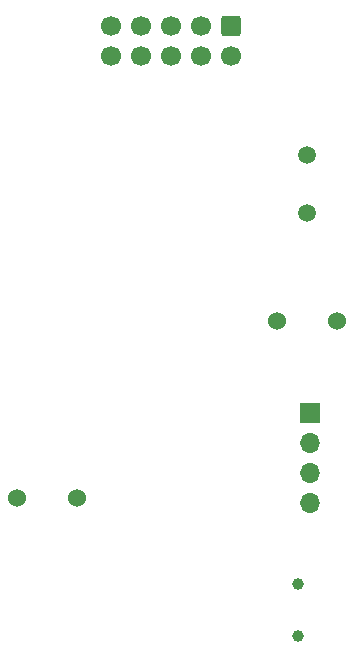
<source format=gbr>
%TF.GenerationSoftware,KiCad,Pcbnew,7.0.1*%
%TF.CreationDate,2023-03-18T11:39:06+07:00*%
%TF.ProjectId,BMP,424d502e-6b69-4636-9164-5f7063625858,rev?*%
%TF.SameCoordinates,Original*%
%TF.FileFunction,Soldermask,Bot*%
%TF.FilePolarity,Negative*%
%FSLAX46Y46*%
G04 Gerber Fmt 4.6, Leading zero omitted, Abs format (unit mm)*
G04 Created by KiCad (PCBNEW 7.0.1) date 2023-03-18 11:39:06*
%MOMM*%
%LPD*%
G01*
G04 APERTURE LIST*
G04 Aperture macros list*
%AMRoundRect*
0 Rectangle with rounded corners*
0 $1 Rounding radius*
0 $2 $3 $4 $5 $6 $7 $8 $9 X,Y pos of 4 corners*
0 Add a 4 corners polygon primitive as box body*
4,1,4,$2,$3,$4,$5,$6,$7,$8,$9,$2,$3,0*
0 Add four circle primitives for the rounded corners*
1,1,$1+$1,$2,$3*
1,1,$1+$1,$4,$5*
1,1,$1+$1,$6,$7*
1,1,$1+$1,$8,$9*
0 Add four rect primitives between the rounded corners*
20,1,$1+$1,$2,$3,$4,$5,0*
20,1,$1+$1,$4,$5,$6,$7,0*
20,1,$1+$1,$6,$7,$8,$9,0*
20,1,$1+$1,$8,$9,$2,$3,0*%
G04 Aperture macros list end*
%ADD10C,1.700000*%
%ADD11RoundRect,0.250000X-0.600000X0.600000X-0.600000X-0.600000X0.600000X-0.600000X0.600000X0.600000X0*%
%ADD12O,1.700000X1.700000*%
%ADD13R,1.700000X1.700000*%
%ADD14C,1.524000*%
%ADD15C,1.000000*%
%ADD16C,1.500000*%
G04 APERTURE END LIST*
D10*
%TO.C,J2*%
X12670000Y-8040000D03*
X12670000Y-5500000D03*
X15210000Y-8040000D03*
X15210000Y-5500000D03*
X17750000Y-8040000D03*
X17750000Y-5500000D03*
X20290000Y-8040000D03*
X20290000Y-5500000D03*
X22830000Y-8040000D03*
D11*
X22830000Y-5500000D03*
%TD*%
D12*
%TO.C,J1*%
X29500000Y-45870000D03*
X29500000Y-43330000D03*
X29500000Y-40790000D03*
D13*
X29500000Y-38250000D03*
%TD*%
D14*
%TO.C,SW1*%
X9790000Y-45500000D03*
X4710000Y-45500000D03*
%TD*%
D15*
%TO.C,CN1*%
X28425000Y-52800000D03*
X28425000Y-57200000D03*
%TD*%
D16*
%TO.C,Y1*%
X29250000Y-21375000D03*
X29250000Y-16475000D03*
%TD*%
D14*
%TO.C,SW2*%
X31790000Y-30500000D03*
X26710000Y-30500000D03*
%TD*%
M02*

</source>
